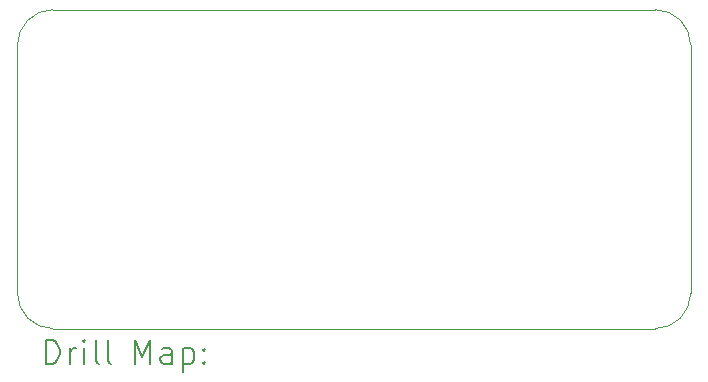
<source format=gbr>
%TF.GenerationSoftware,KiCad,Pcbnew,(7.0.0)*%
%TF.CreationDate,2023-04-14T14:14:30+01:00*%
%TF.ProjectId,CANRepIso,43414e52-6570-4497-936f-2e6b69636164,rev?*%
%TF.SameCoordinates,Original*%
%TF.FileFunction,Drillmap*%
%TF.FilePolarity,Positive*%
%FSLAX45Y45*%
G04 Gerber Fmt 4.5, Leading zero omitted, Abs format (unit mm)*
G04 Created by KiCad (PCBNEW (7.0.0)) date 2023-04-14 14:14:30*
%MOMM*%
%LPD*%
G01*
G04 APERTURE LIST*
%ADD10C,0.100000*%
%ADD11C,0.200000*%
G04 APERTURE END LIST*
D10*
X11500000Y-8300000D02*
X16600000Y-8300000D01*
X16600000Y-11000000D02*
G75*
G03*
X16900000Y-10700000I0J300000D01*
G01*
X11500000Y-8300000D02*
G75*
G03*
X11200000Y-8600000I0J-300000D01*
G01*
X11500000Y-11000000D02*
X16600000Y-11000000D01*
X16900000Y-10700000D02*
X16900000Y-8600000D01*
X11200000Y-10700000D02*
G75*
G03*
X11500000Y-11000000I300000J0D01*
G01*
X11200000Y-8600000D02*
X11200000Y-10700000D01*
X16900000Y-8600000D02*
G75*
G03*
X16600000Y-8300000I-300000J0D01*
G01*
D11*
X11442619Y-11298476D02*
X11442619Y-11098476D01*
X11442619Y-11098476D02*
X11490238Y-11098476D01*
X11490238Y-11098476D02*
X11518809Y-11108000D01*
X11518809Y-11108000D02*
X11537857Y-11127048D01*
X11537857Y-11127048D02*
X11547381Y-11146095D01*
X11547381Y-11146095D02*
X11556905Y-11184190D01*
X11556905Y-11184190D02*
X11556905Y-11212762D01*
X11556905Y-11212762D02*
X11547381Y-11250857D01*
X11547381Y-11250857D02*
X11537857Y-11269905D01*
X11537857Y-11269905D02*
X11518809Y-11288952D01*
X11518809Y-11288952D02*
X11490238Y-11298476D01*
X11490238Y-11298476D02*
X11442619Y-11298476D01*
X11642619Y-11298476D02*
X11642619Y-11165143D01*
X11642619Y-11203238D02*
X11652143Y-11184190D01*
X11652143Y-11184190D02*
X11661667Y-11174667D01*
X11661667Y-11174667D02*
X11680714Y-11165143D01*
X11680714Y-11165143D02*
X11699762Y-11165143D01*
X11766428Y-11298476D02*
X11766428Y-11165143D01*
X11766428Y-11098476D02*
X11756905Y-11108000D01*
X11756905Y-11108000D02*
X11766428Y-11117524D01*
X11766428Y-11117524D02*
X11775952Y-11108000D01*
X11775952Y-11108000D02*
X11766428Y-11098476D01*
X11766428Y-11098476D02*
X11766428Y-11117524D01*
X11890238Y-11298476D02*
X11871190Y-11288952D01*
X11871190Y-11288952D02*
X11861667Y-11269905D01*
X11861667Y-11269905D02*
X11861667Y-11098476D01*
X11995000Y-11298476D02*
X11975952Y-11288952D01*
X11975952Y-11288952D02*
X11966428Y-11269905D01*
X11966428Y-11269905D02*
X11966428Y-11098476D01*
X12191190Y-11298476D02*
X12191190Y-11098476D01*
X12191190Y-11098476D02*
X12257857Y-11241333D01*
X12257857Y-11241333D02*
X12324524Y-11098476D01*
X12324524Y-11098476D02*
X12324524Y-11298476D01*
X12505476Y-11298476D02*
X12505476Y-11193714D01*
X12505476Y-11193714D02*
X12495952Y-11174667D01*
X12495952Y-11174667D02*
X12476905Y-11165143D01*
X12476905Y-11165143D02*
X12438809Y-11165143D01*
X12438809Y-11165143D02*
X12419762Y-11174667D01*
X12505476Y-11288952D02*
X12486428Y-11298476D01*
X12486428Y-11298476D02*
X12438809Y-11298476D01*
X12438809Y-11298476D02*
X12419762Y-11288952D01*
X12419762Y-11288952D02*
X12410238Y-11269905D01*
X12410238Y-11269905D02*
X12410238Y-11250857D01*
X12410238Y-11250857D02*
X12419762Y-11231809D01*
X12419762Y-11231809D02*
X12438809Y-11222286D01*
X12438809Y-11222286D02*
X12486428Y-11222286D01*
X12486428Y-11222286D02*
X12505476Y-11212762D01*
X12600714Y-11165143D02*
X12600714Y-11365143D01*
X12600714Y-11174667D02*
X12619762Y-11165143D01*
X12619762Y-11165143D02*
X12657857Y-11165143D01*
X12657857Y-11165143D02*
X12676905Y-11174667D01*
X12676905Y-11174667D02*
X12686428Y-11184190D01*
X12686428Y-11184190D02*
X12695952Y-11203238D01*
X12695952Y-11203238D02*
X12695952Y-11260381D01*
X12695952Y-11260381D02*
X12686428Y-11279428D01*
X12686428Y-11279428D02*
X12676905Y-11288952D01*
X12676905Y-11288952D02*
X12657857Y-11298476D01*
X12657857Y-11298476D02*
X12619762Y-11298476D01*
X12619762Y-11298476D02*
X12600714Y-11288952D01*
X12781667Y-11279428D02*
X12791190Y-11288952D01*
X12791190Y-11288952D02*
X12781667Y-11298476D01*
X12781667Y-11298476D02*
X12772143Y-11288952D01*
X12772143Y-11288952D02*
X12781667Y-11279428D01*
X12781667Y-11279428D02*
X12781667Y-11298476D01*
X12781667Y-11174667D02*
X12791190Y-11184190D01*
X12791190Y-11184190D02*
X12781667Y-11193714D01*
X12781667Y-11193714D02*
X12772143Y-11184190D01*
X12772143Y-11184190D02*
X12781667Y-11174667D01*
X12781667Y-11174667D02*
X12781667Y-11193714D01*
M02*

</source>
